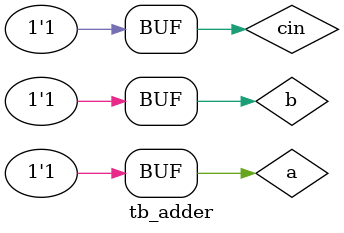
<source format=v>
module tb_adder();
reg a,b,cin;
wire sum,cout;

full_adder_gate_level dut(sum,cout,a,b,cin);

initial
begin
a = 1'b0; b = 1'b0; cin = 1'b0;
#5 a = 1'b0; b = 1'b0; cin = 1'b1;
#5 a = 1'b0; b = 1'b1; cin = 1'b0;
#5 a = 1'b0; b = 1'b1; cin = 1'b1;
#5 a = 1'b1; b = 1'b0; cin = 1'b0;
#5 a = 1'b1; b = 1'b0; cin = 1'b1;
#5 a = 1'b1; b = 1'b1; cin = 1'b0;
#5 a = 1'b1; b = 1'b1; cin = 1'b1;
end

initial
begin
$monitor("Time = %0d, a = %b, b = %b, cin = %b, sum = %b, cout = %b",$time,a,b,cin,sum,cout);
end
endmodule

</source>
